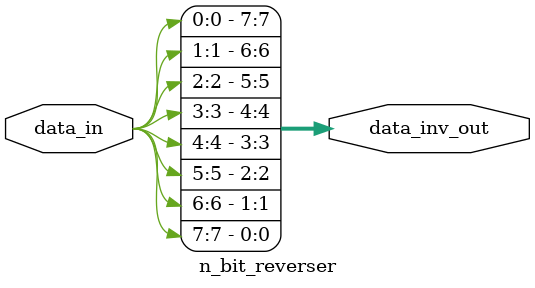
<source format=sv>
`timescale 1ns / 1ps

module n_bit_reverser
#(parameter N = 3)
(
    input logic [(2**N)-1:0] data_in,
    output logic [(2**N)-1:0] data_inv_out
);

generate;
    genvar i;
    
    for(i = 0; i <= (2**N) - 1; i = i + 1)
    begin
        assign data_inv_out[i] = data_in[2**N - 1 - i];
    end
    
endgenerate

endmodule
</source>
